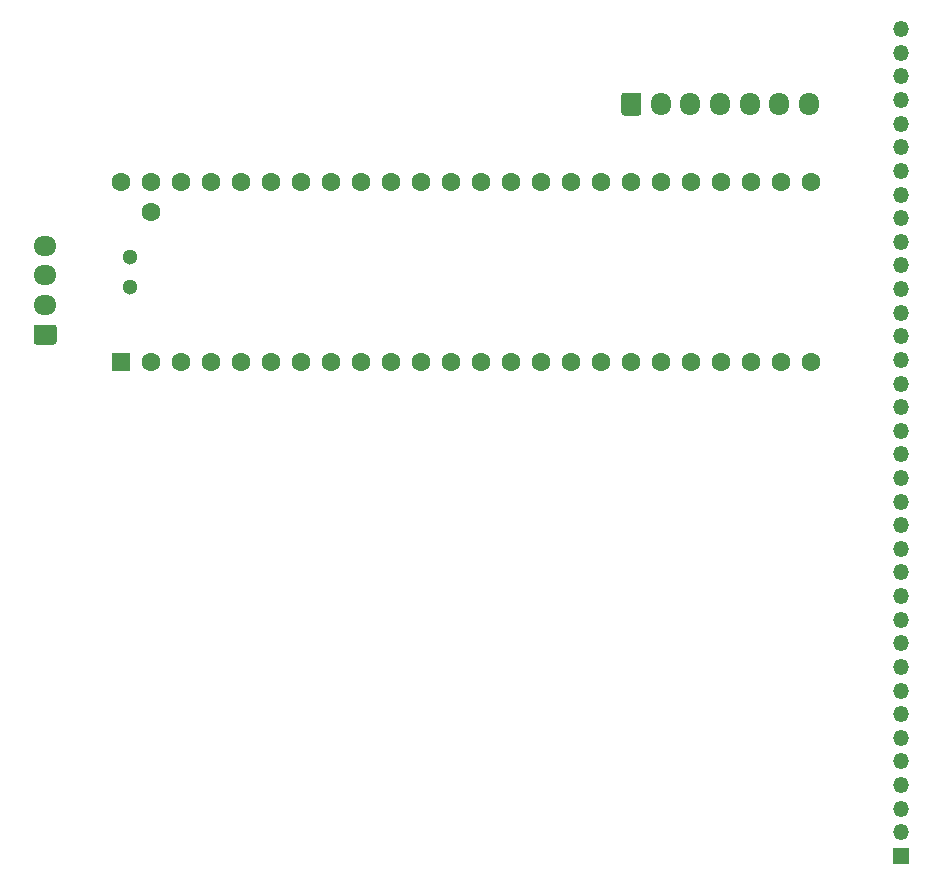
<source format=gbr>
%TF.GenerationSoftware,KiCad,Pcbnew,(5.1.9)-1*%
%TF.CreationDate,2021-05-20T21:26:35+10:00*%
%TF.ProjectId,RedPyKeeb_MCU,52656450-794b-4656-9562-5f4d43552e6b,rev?*%
%TF.SameCoordinates,Original*%
%TF.FileFunction,Soldermask,Bot*%
%TF.FilePolarity,Negative*%
%FSLAX46Y46*%
G04 Gerber Fmt 4.6, Leading zero omitted, Abs format (unit mm)*
G04 Created by KiCad (PCBNEW (5.1.9)-1) date 2021-05-20 21:26:35*
%MOMM*%
%LPD*%
G01*
G04 APERTURE LIST*
%ADD10O,1.700000X1.950000*%
%ADD11O,1.950000X1.700000*%
%ADD12R,1.350000X1.350000*%
%ADD13O,1.350000X1.350000*%
%ADD14C,1.600000*%
%ADD15R,1.600000X1.600000*%
%ADD16C,1.300000*%
G04 APERTURE END LIST*
D10*
%TO.C,J2*%
X92470000Y-30988000D03*
X89970000Y-30988000D03*
X87470000Y-30988000D03*
X84970000Y-30988000D03*
X82470000Y-30988000D03*
X79970000Y-30988000D03*
G36*
G01*
X76620000Y-31713000D02*
X76620000Y-30263000D01*
G75*
G02*
X76870000Y-30013000I250000J0D01*
G01*
X78070000Y-30013000D01*
G75*
G02*
X78320000Y-30263000I0J-250000D01*
G01*
X78320000Y-31713000D01*
G75*
G02*
X78070000Y-31963000I-250000J0D01*
G01*
X76870000Y-31963000D01*
G75*
G02*
X76620000Y-31713000I0J250000D01*
G01*
G37*
%TD*%
D11*
%TO.C,J0*%
X27838400Y-42995200D03*
X27838400Y-45495200D03*
X27838400Y-47995200D03*
G36*
G01*
X28563400Y-51345200D02*
X27113400Y-51345200D01*
G75*
G02*
X26863400Y-51095200I0J250000D01*
G01*
X26863400Y-49895200D01*
G75*
G02*
X27113400Y-49645200I250000J0D01*
G01*
X28563400Y-49645200D01*
G75*
G02*
X28813400Y-49895200I0J-250000D01*
G01*
X28813400Y-51095200D01*
G75*
G02*
X28563400Y-51345200I-250000J0D01*
G01*
G37*
%TD*%
D12*
%TO.C,J1*%
X100279200Y-94640400D03*
D13*
X100279200Y-92640400D03*
X100279200Y-90640400D03*
X100279200Y-88640400D03*
X100279200Y-86640400D03*
X100279200Y-84640400D03*
X100279200Y-82640400D03*
X100279200Y-80640400D03*
X100279200Y-78640400D03*
X100279200Y-76640400D03*
X100279200Y-74640400D03*
X100279200Y-72640400D03*
X100279200Y-70640400D03*
X100279200Y-68640400D03*
X100279200Y-66640400D03*
X100279200Y-64640400D03*
X100279200Y-62640400D03*
X100279200Y-60640400D03*
X100279200Y-58640400D03*
X100279200Y-56640400D03*
X100279200Y-54640400D03*
X100279200Y-52640400D03*
X100279200Y-50640400D03*
X100279200Y-48640400D03*
X100279200Y-46640400D03*
X100279200Y-44640400D03*
X100279200Y-42640400D03*
X100279200Y-40640400D03*
X100279200Y-38640400D03*
X100279200Y-36640400D03*
X100279200Y-34640400D03*
X100279200Y-32640400D03*
X100279200Y-30640400D03*
X100279200Y-28640400D03*
X100279200Y-26640400D03*
X100279200Y-24640400D03*
%TD*%
D14*
%TO.C,U0*%
X36830000Y-40132000D03*
X34290000Y-37592000D03*
X36830000Y-37592000D03*
X39370000Y-37592000D03*
X41910000Y-37592000D03*
X44450000Y-37592000D03*
X46990000Y-37592000D03*
X49530000Y-37592000D03*
X52070000Y-37592000D03*
X54610000Y-37592000D03*
X57150000Y-37592000D03*
X59690000Y-37592000D03*
X62230000Y-37592000D03*
X64770000Y-37592000D03*
X67310000Y-37592000D03*
D15*
X34290000Y-52832000D03*
D14*
X36830000Y-52832000D03*
X39370000Y-52832000D03*
X41910000Y-52832000D03*
X44450000Y-52832000D03*
X46990000Y-52832000D03*
X49530000Y-52832000D03*
X52070000Y-52832000D03*
X54610000Y-52832000D03*
X57150000Y-52832000D03*
X59690000Y-52832000D03*
X62230000Y-52832000D03*
X64770000Y-52832000D03*
X69850000Y-37592000D03*
X72390000Y-37592000D03*
X74930000Y-37592000D03*
X77470000Y-37592000D03*
X80010000Y-37592000D03*
X82550000Y-37592000D03*
X85090000Y-37592000D03*
X87630000Y-37592000D03*
X90170000Y-37592000D03*
X92710000Y-37592000D03*
X92710000Y-52832000D03*
X90170000Y-52832000D03*
X87630000Y-52832000D03*
X85090000Y-52832000D03*
X67310000Y-52832000D03*
X69850000Y-52832000D03*
X72390000Y-52832000D03*
X82550000Y-52832000D03*
X80010000Y-52832000D03*
X77470000Y-52832000D03*
X74930000Y-52832000D03*
D16*
X35020000Y-46482000D03*
X35020000Y-43942000D03*
%TD*%
M02*

</source>
